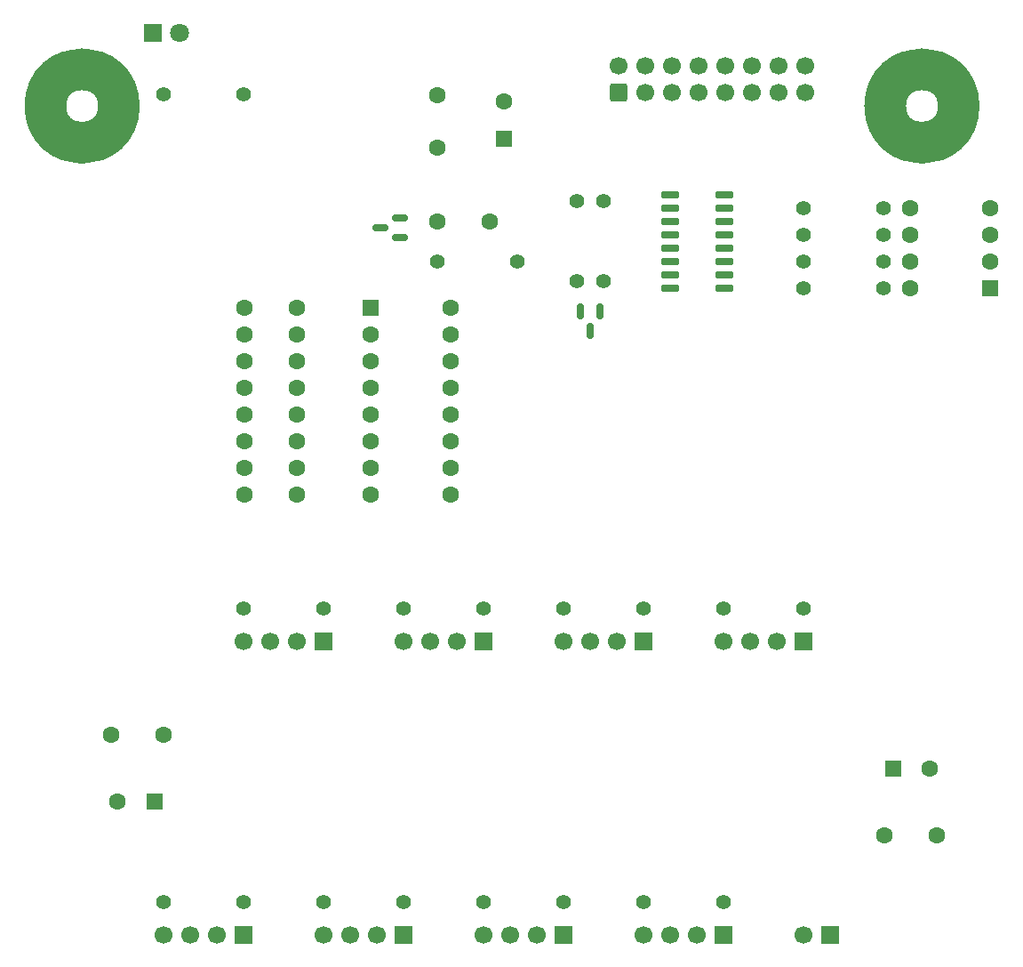
<source format=gbr>
%TF.GenerationSoftware,KiCad,Pcbnew,9.0.7*%
%TF.CreationDate,2026-02-03T14:22:32+01:00*%
%TF.ProjectId,lokho2-adc,6c6f6b68-6f32-42d6-9164-632e6b696361,rev?*%
%TF.SameCoordinates,Original*%
%TF.FileFunction,Soldermask,Top*%
%TF.FilePolarity,Negative*%
%FSLAX46Y46*%
G04 Gerber Fmt 4.6, Leading zero omitted, Abs format (unit mm)*
G04 Created by KiCad (PCBNEW 9.0.7) date 2026-02-03 14:22:32*
%MOMM*%
%LPD*%
G01*
G04 APERTURE LIST*
G04 Aperture macros list*
%AMRoundRect*
0 Rectangle with rounded corners*
0 $1 Rounding radius*
0 $2 $3 $4 $5 $6 $7 $8 $9 X,Y pos of 4 corners*
0 Add a 4 corners polygon primitive as box body*
4,1,4,$2,$3,$4,$5,$6,$7,$8,$9,$2,$3,0*
0 Add four circle primitives for the rounded corners*
1,1,$1+$1,$2,$3*
1,1,$1+$1,$4,$5*
1,1,$1+$1,$6,$7*
1,1,$1+$1,$8,$9*
0 Add four rect primitives between the rounded corners*
20,1,$1+$1,$2,$3,$4,$5,0*
20,1,$1+$1,$4,$5,$6,$7,0*
20,1,$1+$1,$6,$7,$8,$9,0*
20,1,$1+$1,$8,$9,$2,$3,0*%
G04 Aperture macros list end*
%ADD10C,4.000000*%
%ADD11R,1.800000X1.800000*%
%ADD12C,1.800000*%
%ADD13C,1.600000*%
%ADD14C,1.400000*%
%ADD15RoundRect,0.250000X-0.550000X-0.550000X0.550000X-0.550000X0.550000X0.550000X-0.550000X0.550000X0*%
%ADD16R,1.700000X1.700000*%
%ADD17C,1.700000*%
%ADD18RoundRect,0.250000X0.600000X-0.600000X0.600000X0.600000X-0.600000X0.600000X-0.600000X-0.600000X0*%
%ADD19RoundRect,0.150000X0.587500X0.150000X-0.587500X0.150000X-0.587500X-0.150000X0.587500X-0.150000X0*%
%ADD20RoundRect,0.150000X-0.725000X-0.150000X0.725000X-0.150000X0.725000X0.150000X-0.725000X0.150000X0*%
%ADD21RoundRect,0.150000X-0.150000X0.587500X-0.150000X-0.587500X0.150000X-0.587500X0.150000X0.587500X0*%
%ADD22RoundRect,0.250000X0.550000X-0.550000X0.550000X0.550000X-0.550000X0.550000X-0.550000X-0.550000X0*%
%ADD23RoundRect,0.250000X0.550000X0.550000X-0.550000X0.550000X-0.550000X-0.550000X0.550000X-0.550000X0*%
G04 APERTURE END LIST*
D10*
X193500000Y-70000000D02*
G75*
G02*
X186500000Y-70000000I-3500000J0D01*
G01*
X186500000Y-70000000D02*
G75*
G02*
X193500000Y-70000000I3500000J0D01*
G01*
X113500000Y-70000000D02*
G75*
G02*
X106500000Y-70000000I-3500000J0D01*
G01*
X106500000Y-70000000D02*
G75*
G02*
X113500000Y-70000000I3500000J0D01*
G01*
D11*
%TO.C,D1*%
X116730000Y-63000000D03*
D12*
X119270000Y-63000000D03*
%TD*%
D13*
%TO.C,C3*%
X143855000Y-80955000D03*
X148855000Y-80955000D03*
%TD*%
%TO.C,C9*%
X125480000Y-91750000D03*
X130480000Y-91750000D03*
%TD*%
D14*
%TO.C,R11*%
X148260000Y-145725000D03*
X155880000Y-145725000D03*
%TD*%
%TO.C,R9*%
X117780000Y-145725000D03*
X125400000Y-145725000D03*
%TD*%
%TO.C,R2*%
X186360000Y-84765000D03*
X178740000Y-84765000D03*
%TD*%
D15*
%TO.C,U3*%
X137465000Y-89210000D03*
D13*
X137465000Y-91750000D03*
X137465000Y-94290000D03*
X137465000Y-96830000D03*
X137465000Y-99370000D03*
X137465000Y-101910000D03*
X137465000Y-104450000D03*
X137465000Y-106990000D03*
X145085000Y-106990000D03*
X145085000Y-104450000D03*
X145085000Y-101910000D03*
X145085000Y-99370000D03*
X145085000Y-96830000D03*
X145085000Y-94290000D03*
X145085000Y-91750000D03*
X145085000Y-89210000D03*
%TD*%
%TO.C,C7*%
X191400000Y-139375000D03*
X186400000Y-139375000D03*
%TD*%
D14*
%TO.C,R4*%
X186360000Y-79685000D03*
X178740000Y-79685000D03*
%TD*%
%TO.C,R6*%
X157150000Y-86670000D03*
X157150000Y-79050000D03*
%TD*%
D16*
%TO.C,J2*%
X140640000Y-148900000D03*
D17*
X138100000Y-148900000D03*
X135560000Y-148900000D03*
X133020000Y-148900000D03*
%TD*%
D18*
%TO.C,SPI1*%
X161110000Y-68697500D03*
D17*
X161110000Y-66157500D03*
X163650000Y-68697500D03*
X163650000Y-66157500D03*
X166190000Y-68697500D03*
X166190000Y-66157500D03*
X168730000Y-68697500D03*
X168730000Y-66157500D03*
X171270000Y-68697500D03*
X171270000Y-66157500D03*
X173810000Y-68697500D03*
X173810000Y-66157500D03*
X176350000Y-68697500D03*
X176350000Y-66157500D03*
X178890000Y-68697500D03*
X178890000Y-66157500D03*
%TD*%
D13*
%TO.C,C8*%
X125480000Y-89210000D03*
X130480000Y-89210000D03*
%TD*%
D14*
%TO.C,R1*%
X186360000Y-87305000D03*
X178740000Y-87305000D03*
%TD*%
D16*
%TO.C,J7*%
X163500000Y-120960000D03*
D17*
X160960000Y-120960000D03*
X158420000Y-120960000D03*
X155880000Y-120960000D03*
%TD*%
D19*
%TO.C,U2*%
X140307500Y-82540000D03*
X140307500Y-80640000D03*
X138432500Y-81590000D03*
%TD*%
D20*
%TO.C,U1*%
X166005000Y-78415000D03*
X166005000Y-79685000D03*
X166005000Y-80955000D03*
X166005000Y-82225000D03*
X166005000Y-83495000D03*
X166005000Y-84765000D03*
X166005000Y-86035000D03*
X166005000Y-87305000D03*
X171155000Y-87305000D03*
X171155000Y-86035000D03*
X171155000Y-84765000D03*
X171155000Y-83495000D03*
X171155000Y-82225000D03*
X171155000Y-80955000D03*
X171155000Y-79685000D03*
X171155000Y-78415000D03*
%TD*%
D14*
%TO.C,R7*%
X125400000Y-68890000D03*
X117780000Y-68890000D03*
%TD*%
%TO.C,R12*%
X163500000Y-145725000D03*
X171120000Y-145725000D03*
%TD*%
%TO.C,R3*%
X186360000Y-82225000D03*
X178740000Y-82225000D03*
%TD*%
D16*
%TO.C,J6*%
X148260000Y-120960000D03*
D17*
X145720000Y-120960000D03*
X143180000Y-120960000D03*
X140640000Y-120960000D03*
%TD*%
D13*
%TO.C,C15*%
X125480000Y-106990000D03*
X130480000Y-106990000D03*
%TD*%
D21*
%TO.C,Q1*%
X159370000Y-89542500D03*
X157470000Y-89542500D03*
X158420000Y-91417500D03*
%TD*%
D15*
%TO.C,C6*%
X187247349Y-133025000D03*
D13*
X190747349Y-133025000D03*
%TD*%
D16*
%TO.C,J3*%
X155880000Y-148900000D03*
D17*
X153340000Y-148900000D03*
X150800000Y-148900000D03*
X148260000Y-148900000D03*
%TD*%
D14*
%TO.C,R10*%
X133020000Y-145725000D03*
X140640000Y-145725000D03*
%TD*%
%TO.C,R15*%
X155880000Y-117785000D03*
X163500000Y-117785000D03*
%TD*%
D22*
%TO.C,C1*%
X150165000Y-73082651D03*
D13*
X150165000Y-69582651D03*
%TD*%
%TO.C,C11*%
X125480000Y-96830000D03*
X130480000Y-96830000D03*
%TD*%
D16*
%TO.C,J5*%
X133020000Y-120960000D03*
D17*
X130480000Y-120960000D03*
X127940000Y-120960000D03*
X125400000Y-120960000D03*
%TD*%
D14*
%TO.C,R14*%
X140640000Y-117785000D03*
X148260000Y-117785000D03*
%TD*%
D23*
%TO.C,SW1*%
X196520000Y-87305000D03*
D13*
X196520000Y-84765000D03*
X196520000Y-82225000D03*
X196520000Y-79685000D03*
X188900000Y-79685000D03*
X188900000Y-82225000D03*
X188900000Y-84765000D03*
X188900000Y-87305000D03*
%TD*%
%TO.C,C13*%
X125480000Y-101910000D03*
X130480000Y-101910000D03*
%TD*%
D16*
%TO.C,J1*%
X125400000Y-148900000D03*
D17*
X122860000Y-148900000D03*
X120320000Y-148900000D03*
X117780000Y-148900000D03*
%TD*%
D13*
%TO.C,C2*%
X143815000Y-68930000D03*
X143815000Y-73930000D03*
%TD*%
D16*
%TO.C,J8*%
X178740000Y-120960000D03*
D17*
X176200000Y-120960000D03*
X173660000Y-120960000D03*
X171120000Y-120960000D03*
%TD*%
D16*
%TO.C,J9*%
X181280000Y-148900000D03*
D17*
X178740000Y-148900000D03*
%TD*%
D13*
%TO.C,C10*%
X125480000Y-94290000D03*
X130480000Y-94290000D03*
%TD*%
%TO.C,C5*%
X112740000Y-129850000D03*
X117740000Y-129850000D03*
%TD*%
D23*
%TO.C,C4*%
X116892651Y-136200000D03*
D13*
X113392651Y-136200000D03*
%TD*%
%TO.C,C12*%
X125480000Y-99370000D03*
X130480000Y-99370000D03*
%TD*%
D14*
%TO.C,R5*%
X159690000Y-79050000D03*
X159690000Y-86670000D03*
%TD*%
%TO.C,R16*%
X171120000Y-117785000D03*
X178740000Y-117785000D03*
%TD*%
D16*
%TO.C,J4*%
X171120000Y-148900000D03*
D17*
X168580000Y-148900000D03*
X166040000Y-148900000D03*
X163500000Y-148900000D03*
%TD*%
D14*
%TO.C,R13*%
X125400000Y-117785000D03*
X133020000Y-117785000D03*
%TD*%
D13*
%TO.C,C14*%
X125480000Y-104450000D03*
X130480000Y-104450000D03*
%TD*%
D14*
%TO.C,R8*%
X151435000Y-84765000D03*
X143815000Y-84765000D03*
%TD*%
M02*

</source>
